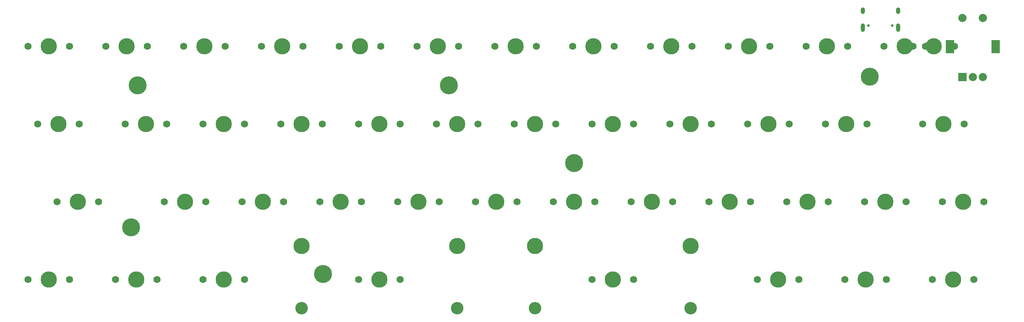
<source format=gbr>
G04 #@! TF.GenerationSoftware,KiCad,Pcbnew,(5.1.4)-1*
G04 #@! TF.CreationDate,2020-12-03T11:49:32-06:00*
G04 #@! TF.ProjectId,m3n3van,6d336e33-7661-46e2-9e6b-696361645f70,rev?*
G04 #@! TF.SameCoordinates,Original*
G04 #@! TF.FileFunction,Soldermask,Top*
G04 #@! TF.FilePolarity,Negative*
%FSLAX46Y46*%
G04 Gerber Fmt 4.6, Leading zero omitted, Abs format (unit mm)*
G04 Created by KiCad (PCBNEW (5.1.4)-1) date 2020-12-03 11:49:32*
%MOMM*%
%LPD*%
G04 APERTURE LIST*
%ADD10C,1.750000*%
%ADD11C,3.987800*%
%ADD12O,1.000000X1.600000*%
%ADD13O,1.000000X2.100000*%
%ADD14C,0.650000*%
%ADD15C,3.048000*%
%ADD16C,4.400000*%
%ADD17C,2.000000*%
%ADD18R,2.000000X3.200000*%
%ADD19R,2.000000X2.000000*%
G04 APERTURE END LIST*
D10*
X203518000Y-184944000D03*
X193358000Y-184944000D03*
D11*
X198438000Y-184944000D03*
D10*
X222568000Y-184944000D03*
X212408000Y-184944000D03*
D11*
X217488000Y-184944000D03*
D10*
X241618000Y-184944000D03*
X231458000Y-184944000D03*
D11*
X236538000Y-184944000D03*
D10*
X260668000Y-184944000D03*
X250508000Y-184944000D03*
D11*
X255588000Y-184944000D03*
D10*
X279718000Y-184944000D03*
X269558000Y-184944000D03*
D11*
X274638000Y-184944000D03*
D10*
X298768000Y-184944000D03*
X288608000Y-184944000D03*
D11*
X293688000Y-184944000D03*
D10*
X317818000Y-184944000D03*
X307658000Y-184944000D03*
D11*
X312738000Y-184944000D03*
D10*
X336868000Y-184944000D03*
X326708000Y-184944000D03*
D11*
X331788000Y-184944000D03*
D10*
X355918000Y-184944000D03*
X345758000Y-184944000D03*
D11*
X350838000Y-184944000D03*
D10*
X374968000Y-184944000D03*
X364808000Y-184944000D03*
D11*
X369888000Y-184944000D03*
D10*
X394018000Y-184944000D03*
X383858000Y-184944000D03*
D11*
X388938000Y-184944000D03*
D10*
X402908000Y-184944000D03*
X413068000Y-184944000D03*
D11*
X407988000Y-184944000D03*
D10*
X227330500Y-203994000D03*
X217170500Y-203994000D03*
D11*
X222250500Y-203994000D03*
D10*
X246380500Y-203994000D03*
X236220500Y-203994000D03*
D11*
X241300500Y-203994000D03*
D10*
X265430500Y-203994000D03*
X255270500Y-203994000D03*
D11*
X260350500Y-203994000D03*
D10*
X284480500Y-203994000D03*
X274320500Y-203994000D03*
D11*
X279400500Y-203994000D03*
D10*
X303530500Y-203994000D03*
X293370500Y-203994000D03*
D11*
X298450500Y-203994000D03*
D10*
X322580500Y-203994000D03*
X312420500Y-203994000D03*
D11*
X317500500Y-203994000D03*
D10*
X341630500Y-203994000D03*
X331470500Y-203994000D03*
D11*
X336550500Y-203994000D03*
D10*
X360680500Y-203994000D03*
X350520500Y-203994000D03*
D11*
X355600500Y-203994000D03*
D10*
X398780500Y-203994000D03*
X388620500Y-203994000D03*
D11*
X393700500Y-203994000D03*
D10*
X236855500Y-223044000D03*
X226695500Y-223044000D03*
D11*
X231775500Y-223044000D03*
D10*
X255905500Y-223044000D03*
X245745500Y-223044000D03*
D11*
X250825500Y-223044000D03*
D10*
X274955500Y-223044000D03*
X264795500Y-223044000D03*
D11*
X269875500Y-223044000D03*
D10*
X294005500Y-223044000D03*
X283845500Y-223044000D03*
D11*
X288925500Y-223044000D03*
D10*
X313055500Y-223044000D03*
X302895500Y-223044000D03*
D11*
X307975500Y-223044000D03*
D10*
X332105500Y-223044000D03*
X321945500Y-223044000D03*
D11*
X327025500Y-223044000D03*
D10*
X351155500Y-223044000D03*
X340995500Y-223044000D03*
D11*
X346075500Y-223044000D03*
D10*
X370205500Y-223044000D03*
X360045500Y-223044000D03*
D11*
X365125500Y-223044000D03*
D10*
X389255500Y-223044000D03*
X379095500Y-223044000D03*
D11*
X384175500Y-223044000D03*
D10*
X408305500Y-223044000D03*
X398145500Y-223044000D03*
D11*
X403225500Y-223044000D03*
D10*
X427355500Y-223044000D03*
X417195500Y-223044000D03*
D11*
X422275500Y-223044000D03*
D10*
X203518000Y-242094000D03*
X193358000Y-242094000D03*
D11*
X198438000Y-242094000D03*
D10*
X246380500Y-242094000D03*
X236220500Y-242094000D03*
D11*
X241300500Y-242094000D03*
D10*
X403543000Y-242094000D03*
X393383000Y-242094000D03*
D11*
X398463000Y-242094000D03*
D10*
X379719400Y-203992800D03*
X369559400Y-203992800D03*
D11*
X374639400Y-203992800D03*
D12*
X406354500Y-176209000D03*
X397714500Y-176209000D03*
D13*
X406354500Y-180389000D03*
X397714500Y-180389000D03*
D14*
X399144500Y-179859000D03*
X404924500Y-179859000D03*
D10*
X420211750Y-184944000D03*
X410051750Y-184944000D03*
D11*
X415131750Y-184944000D03*
D10*
X205899250Y-203994000D03*
X195739250Y-203994000D03*
D11*
X200819250Y-203994000D03*
D10*
X422593000Y-203994000D03*
X412433000Y-203994000D03*
D11*
X417513000Y-203994000D03*
D10*
X210661750Y-223044000D03*
X200501750Y-223044000D03*
D11*
X205581750Y-223044000D03*
D10*
X224949250Y-242094000D03*
X214789250Y-242094000D03*
D11*
X219869250Y-242094000D03*
X298450500Y-233839000D03*
X260350500Y-233839000D03*
D15*
X298450500Y-249079000D03*
X260350500Y-249079000D03*
D10*
X284480500Y-242094000D03*
X274320500Y-242094000D03*
D11*
X279400500Y-242094000D03*
X355600500Y-233839000D03*
X317500500Y-233839000D03*
D15*
X355600500Y-249079000D03*
X317500500Y-249079000D03*
D10*
X341630500Y-242094000D03*
X331470500Y-242094000D03*
D11*
X336550500Y-242094000D03*
D10*
X371951750Y-242094000D03*
X382111750Y-242094000D03*
D11*
X377031750Y-242094000D03*
D10*
X424974250Y-242094000D03*
X414814250Y-242094000D03*
D11*
X419894250Y-242094000D03*
D16*
X220237500Y-194468750D03*
X218637500Y-229242750D03*
X265587500Y-240692750D03*
X296437500Y-194469000D03*
X327087500Y-213519000D03*
X399487500Y-192342750D03*
D17*
X427161200Y-177987800D03*
X422161200Y-177987800D03*
D18*
X430261200Y-184987800D03*
X419061200Y-184987800D03*
D17*
X427161200Y-192487800D03*
X424661200Y-192487800D03*
D19*
X422161200Y-192487800D03*
M02*

</source>
